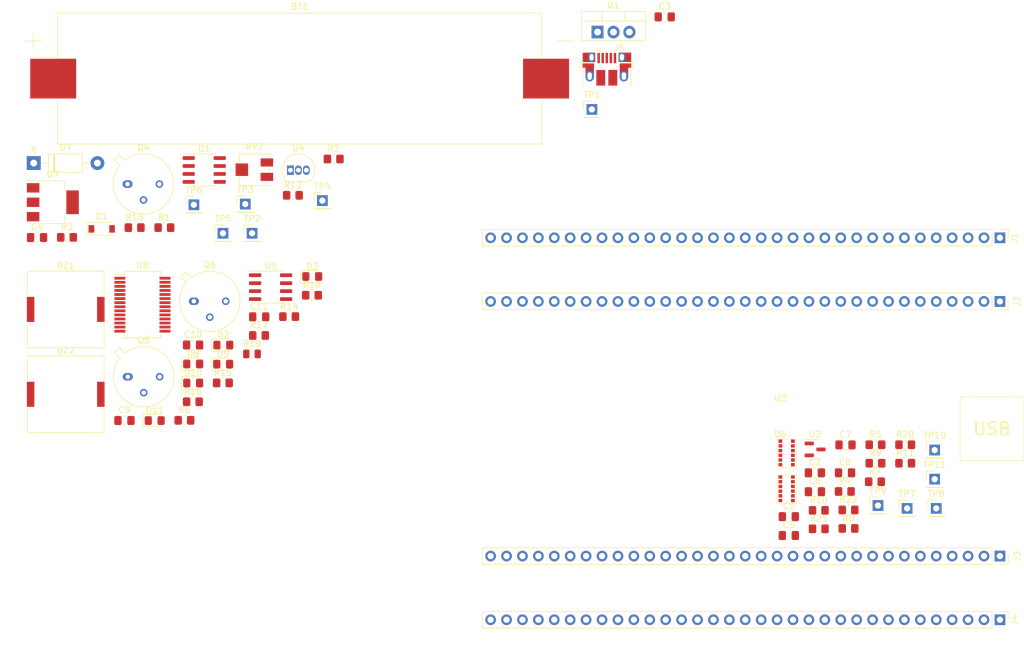
<source format=kicad_pcb>
(kicad_pcb (version 20211014) (generator pcbnew)
  (layers (0 "F.Cu" signal) (31 "B.Cu" signal) (34 "B.Paste" user) (35 "F.Paste" user) (36 "B.SilkS" user "B.Silkscreen") (37 "F.SilkS" user "F.Silkscreen") (38 "B.Mask" user) (39 "F.Mask" user) (44 "Edge.Cuts" user))
  (net 0 "")
  (net 1 "+3V0")
  (net 2 "GND")
  (net 3 "/VBAT")
  (net 4 "/PC13")
  (net 5 "/PC14")
  (net 6 "/PC15")
  (net 7 "/PF0")
  (net 8 "/PF1")
  (net 9 "/NRST")
  (net 10 "/PC0")
  (net 11 "/PC1")
  (net 12 "/PC2")
  (net 13 "/PC3")
  (net 14 "/PA0")
  (net 15 "/PA1")
  (net 16 "/PA2")
  (net 17 "/PA3")
  (net 18 "/PF4")
  (net 19 "/PF5")
  (net 20 "/PA4")
  (net 21 "/PA5")
  (net 22 "/PA6")
  (net 23 "/PA7")
  (net 24 "/PC4")
  (net 25 "/PC5")
  (net 26 "/PB0")
  (net 27 "/PB1")
  (net 28 "/PB2")
  (net 29 "/PB10")
  (net 30 "/PB11")
  (net 31 "/PB12")
  (net 32 "+5V")
  (net 33 "/PB9")
  (net 34 "/PB8")
  (net 35 "/Power/VoutBat")
  (net 36 "/BOOT")
  (net 37 "/PB7")
  (net 38 "/PB6")
  (net 39 "/PB5")
  (net 40 "/PB4")
  (net 41 "/PB3")
  (net 42 "/PD2")
  (net 43 "/PC12")
  (net 44 "/PC11")
  (net 45 "/PC10")
  (net 46 "/PA15")
  (net 47 "/PA14")
  (net 48 "/PF7")
  (net 49 "/PF6")
  (net 50 "/PA13")
  (net 51 "/PA12")
  (net 52 "/PA11")
  (net 53 "/PA10")
  (net 54 "/PA9")
  (net 55 "/PA8")
  (net 56 "/PC9")
  (net 57 "/PC8")
  (net 58 "/PC7")
  (net 59 "/PC6")
  (net 60 "/PB15")
  (net 61 "/PB14")
  (net 62 "/PB13")
  (net 63 "+3V3")
  (net 64 "Net-(BZ1-Pad2)")
  (net 65 "Net-(BZ2-Pad2)")
  (net 66 "Net-(R10-Pad1)")
  (net 67 "/Power/VoutPol")
  (net 68 "Net-(D2-Pad1)")
  (net 69 "Net-(D2-Pad2)")
  (net 70 "Net-(D3-Pad1)")
  (net 71 "Net-(D7-Pad1)")
  (net 72 "Net-(D7-Pad2)")
  (net 73 "Net-(D8-Pad2)")
  (net 74 "Net-(D9-Pad2)")
  (net 75 "/Power/USB_DN")
  (net 76 "/Power/USB_DP")
  (net 78 "Net-(Q1-Pad1)")
  (net 79 "/Power/VoutUnderCut")
  (net 80 "Net-(Q4-Pad3)")
  (net 81 "Net-(Q5-Pad2)")
  (net 82 "Net-(Q6-Pad2)")
  (net 83 "Net-(R1-Pad2)")
  (net 84 "/Power/3.3VDD")
  (net 85 "Net-(R12-Pad2)")
  (net 86 "PA6")
  (net 87 "PA5")
  (net 88 "PB11")
  (net 89 "PB10")
  (net 98 "TX0")
  (net 99 "DTR")
  (net 101 "RX1")
  (net 105 "CTS")
  (footprint "LED_SMD:LED_0805_2012Metric_Pad1.15x1.40mm_HandSolder" (layer "F.Cu") (at 51.59 89.215)
    (fp_text reference "D10" (at 0 -1.65) (layer "F.SilkS"))
    (fp_text value "LED")
    (pad "1" smd roundrect (at -1.025 0) (size 1.15 1.4) (layers "F.Cu" "F.Paste" "F.Mask") (roundrect_rratio 0.217391) (net 63 "+3V3"))
    (pad "2" smd roundrect (at 1.025 0) (size 1.15 1.4) (layers "F.Cu" "F.Paste" "F.Mask") (roundrect_rratio 0.217391) (net 64 "Net-(BZ1-Pad2)"))
  )
  (footprint "Capacitor_SMD:C_0805_2012Metric_Pad1.18x1.45mm_HandSolder" (layer "F.Cu") (at 40.625 95.2)
    (fp_text reference "C9" (at 0 -1.68) (layer "F.SilkS"))
    (fp_text value "0.1uF")
    (pad "1" smd roundrect (at -1.0375 0) (size 1.175 1.45) (layers "F.Cu" "F.Paste" "F.Mask") (roundrect_rratio 0.212766) (net 32 "+5V"))
    (pad "2" smd roundrect (at 1.0375 0) (size 1.175 1.45) (layers "F.Cu" "F.Paste" "F.Mask") (roundrect_rratio 0.212766) (net 2 "GND"))
  )
  (footprint "Capacitor_SMD:C_0805_2012Metric_Pad1.18x1.45mm_HandSolder" (layer "F.Cu") (at 155.7 99.1)
    (fp_text reference "C7" (at 0 -1.68) (layer "F.SilkS"))
    (fp_text value "C")
    (pad "1" smd roundrect (at -1.0375 0) (size 1.175 1.45) (layers "F.Cu" "F.Paste" "F.Mask") (roundrect_rratio 0.212766) (net 2 "GND"))
    (pad "2" smd roundrect (at 1.0375 0) (size 1.175 1.45) (layers "F.Cu" "F.Paste" "F.Mask") (roundrect_rratio 0.212766) (net 66 "Net-(R10-Pad1)"))
  )
  (footprint "Capacitor_SMD:C_0805_2012Metric_Pad1.18x1.45mm_HandSolder" (layer "F.Cu") (at 146.65 110.54)
    (fp_text reference "C1" (at 0 -1.68) (layer "F.SilkS"))
    (fp_text value "100n")
    (pad "1" smd roundrect (at -1.0375 0) (size 1.175 1.45) (layers "F.Cu" "F.Paste" "F.Mask") (roundrect_rratio 0.212766) (net 63 "+3V3"))
    (pad "2" smd roundrect (at 1.0375 0) (size 1.175 1.45) (layers "F.Cu" "F.Paste" "F.Mask") (roundrect_rratio 0.212766) (net 2 "GND"))
  )
  (footprint "Capacitor_SMD:C_0805_2012Metric_Pad1.18x1.45mm_HandSolder" (layer "F.Cu") (at 126.845 30.79)
    (fp_text reference "C3" (at 0 -1.68) (layer "F.SilkS"))
    (fp_text value "1000u")
    (pad "1" smd roundrect (at -1.0375 0) (size 1.175 1.45) (layers "F.Cu" "F.Paste" "F.Mask") (roundrect_rratio 0.212766) (net 32 "+5V"))
    (pad "2" smd roundrect (at 1.0375 0) (size 1.175 1.45) (layers "F.Cu" "F.Paste" "F.Mask") (roundrect_rratio 0.212766) (net 2 "GND"))
  )
  (footprint "Resistor_SMD:R_0805_2012Metric_Pad1.20x1.40mm_HandSolder" (layer "F.Cu") (at 31.455 65.97)
    (fp_text reference "R3" (at 0 -1.65) (layer "F.SilkS"))
    (fp_text value "10k")
    (pad "1" smd roundrect (at -1 0) (size 1.2 1.4) (layers "F.Cu" "F.Paste" "F.Mask") (roundrect_rratio 0.208333) (net 67 "/Power/VoutPol"))
    (pad "2" smd roundrect (at 1 0) (size 1.2 1.4) (layers "F.Cu" "F.Paste" "F.Mask") (roundrect_rratio 0.208333) (net 78 "Net-(Q1-Pad1)"))
  )
  (footprint "Capacitor_SMD:C_0805_2012Metric_Pad1.18x1.45mm_HandSolder" (layer "F.Cu") (at 146.65 113.55)
    (fp_text reference "C5" (at 0 -1.68) (layer "F.SilkS"))
    (fp_text value "C")
    (pad "1" smd roundrect (at -1.0375 0) (size 1.175 1.45) (layers "F.Cu" "F.Paste" "F.Mask") (roundrect_rratio 0.212766) (net 66 "Net-(R10-Pad1)"))
    (pad "2" smd roundrect (at 1.0375 0) (size 1.175 1.45) (layers "F.Cu" "F.Paste" "F.Mask") (roundrect_rratio 0.212766) (net 2 "GND"))
  )
  (footprint "Connector_PinHeader_2.54mm:PinHeader_1x01_P2.54mm_Vertical" (layer "F.Cu") (at 59.905 60.67)
    (fp_text reference "TP3" (at 0 -2.33) (layer "F.SilkS"))
    (fp_text value "TestPoint")
    (pad "1" thru_hole rect (at 0 0) (size 1.7 1.7) (drill 1) (layers *.Cu *.Mask) (net 79 "/Power/VoutUnderCut"))
  )
  (footprint "Package_TO_SOT_SMD:SOT-23" (layer "F.Cu") (at 150.85 99.82)
    (fp_text reference "U2" (at 0 -2.4) (layer "F.SilkS"))
    (fp_text value "MCP9700AT-ETT")
    (pad "1" smd roundrect (at -0.9375 -0.95) (size 1.475 0.6) (layers "F.Cu" "F.Paste" "F.Mask") (net 63 "+3V3"))
    (pad "2" smd roundrect (at -0.9375 0.95) (size 1.475 0.6) (layers "F.Cu" "F.Paste" "F.Mask") (net 10 "/PC0"))
    (pad "3" smd roundrect (at 0.9375 0) (size 1.475 0.6) (layers "F.Cu" "F.Paste" "F.Mask") (net 2 "GND"))
  )
  (footprint "Package_SO:SSOP-28_5.3x10.2mm_P0.65mm" (layer "F.Cu") (at 43.495 76.72)
    (fp_text reference "U8" (at 0 -6.25) (layer "F.SilkS"))
    (fp_text value "FT232RL")
    (pad "1" smd rect (at -3.6 -4.225) (size 1.75 0.45) (layers "F.Cu" "F.Paste" "F.Mask") (net 98 "TX0"))
    (pad "2" smd rect (at -3.6 -3.575) (size 1.75 0.45) (layers "F.Cu" "F.Paste" "F.Mask") (net 99 "DTR"))
    (pad "3" smd rect (at -3.6 -2.925) (size 1.75 0.45) (layers "F.Cu" "F.Paste" "F.Mask"))
    (pad "4" smd rect (at -3.6 -2.275) (size 1.75 0.45) (layers "F.Cu" "F.Paste" "F.Mask") (net 63 "+3V3"))
    (pad "5" smd rect (at -3.6 -1.625) (size 1.75 0.45) (layers "F.Cu" "F.Paste" "F.Mask") (net 101 "RX1"))
    (pad "6" smd rect (at -3.6 -0.975) (size 1.75 0.45) (layers "F.Cu" "F.Paste" "F.Mask"))
    (pad "7" smd rect (at -3.6 -0.325) (size 1.75 0.45) (layers "F.Cu" "F.Paste" "F.Mask") (net 2 "GND"))
    (pad "8" smd rect (at -3.6 0.325) (size 1.75 0.45) (layers "F.Cu" "F.Paste" "F.Mask"))
    (pad "9" smd rect (at -3.6 0.975) (size 1.75 0.45) (layers "F.Cu" "F.Paste" "F.Mask"))
    (pad "10" smd rect (at -3.6 1.625) (size 1.75 0.45) (layers "F.Cu" "F.Paste" "F.Mask"))
    (pad "11" smd rect (at -3.6 2.275) (size 1.75 0.45) (layers "F.Cu" "F.Paste" "F.Mask") (net 105 "CTS"))
    (pad "12" smd rect (at -3.6 2.925) (size 1.75 0.45) (layers "F.Cu" "F.Paste" "F.Mask"))
    (pad "13" smd rect (at -3.6 3.575) (size 1.75 0.45) (layers "F.Cu" "F.Paste" "F.Mask"))
    (pad "14" smd rect (at -3.6 4.225) (size 1.75 0.45) (layers "F.Cu" "F.Paste" "F.Mask"))
    (pad "15" smd rect (at 3.6 4.225) (size 1.75 0.45) (layers "F.Cu" "F.Paste" "F.Mask") (net 76 "/Power/USB_DP"))
    (pad "16" smd rect (at 3.6 3.575) (size 1.75 0.45) (layers "F.Cu" "F.Paste" "F.Mask") (net 75 "/Power/USB_DN"))
    (pad "17" smd rect (at 3.6 2.925) (size 1.75 0.45) (layers "F.Cu" "F.Paste" "F.Mask") (net 63 "+3V3"))
    (pad "18" smd rect (at 3.6 2.275) (size 1.75 0.45) (layers "F.Cu" "F.Paste" "F.Mask") (net 2 "GND"))
    (pad "19" smd rect (at 3.6 1.625) (size 1.75 0.45) (layers "F.Cu" "F.Paste" "F.Mask"))
    (pad "20" smd rect (at 3.6 0.975) (size 1.75 0.45) (layers "F.Cu" "F.Paste" "F.Mask") (net 32 "+5V"))
    (pad "21" smd rect (at 3.6 0.325) (size 1.75 0.45) (layers "F.Cu" "F.Paste" "F.Mask") (net 2 "GND"))
    (pad "22" smd rect (at 3.6 -0.325) (size 1.75 0.45) (layers "F.Cu" "F.Paste" "F.Mask") (net 70 "Net-(D3-Pad1)"))
    (pad "23" smd rect (at 3.6 -0.975) (size 1.75 0.45) (layers "F.Cu" "F.Paste" "F.Mask") (net 68 "Net-(D2-Pad1)"))
    (pad "24" smd rect (at 3.6 -1.625) (size 1.75 0.45) (layers "F.Cu" "F.Paste" "F.Mask"))
    (pad "25" smd rect (at 3.6 -2.275) (size 1.75 0.45) (layers "F.Cu" "F.Paste" "F.Mask") (net 2 "GND"))
    (pad "26" smd rect (at 3.6 -2.925) (size 1.75 0.45) (layers "F.Cu" "F.Paste" "F.Mask") (net 2 "GND"))
    (pad "27" smd rect (at 3.6 -3.575) (size 1.75 0.45) (layers "F.Cu" "F.Paste" "F.Mask"))
    (pad "28" smd rect (at 3.6 -4.225) (size 1.75 0.45) (layers "F.Cu" "F.Paste" "F.Mask"))
  )
  (footprint "Resistor_SMD:R_0805_2012Metric_Pad1.20x1.40mm_HandSolder" (layer "F.Cu") (at 67.505 59.26)
    (fp_text reference "R12" (at 0 -1.65) (layer "F.SilkS"))
    (fp_text value "2.2k")
    (pad "1" smd roundrect (at -1 0) (size 1.2 1.4) (layers "F.Cu" "F.Paste" "F.Mask") (roundrect_rratio 0.208333) (net 2 "GND"))
    (pad "2" smd roundrect (at 1 0) (size 1.2 1.4) (layers "F.Cu" "F.Paste" "F.Mask") (roundrect_rratio 0.208333) (net 85 "Net-(R12-Pad2)"))
  )
  (footprint "Resistor_SMD:R_0805_2012Metric_Pad1.20x1.40mm_HandSolder" (layer "F.Cu") (at 160.48 102.02)
    (fp_text reference "R9" (at 0 -1.65) (layer "F.SilkS"))
    (fp_text value "47k")
    (pad "1" smd roundrect (at -1 0) (size 1.2 1.4) (layers "F.Cu" "F.Paste" "F.Mask") (roundrect_rratio 0.208333) (net 66 "Net-(R10-Pad1)"))
    (pad "2" smd roundrect (at 1 0) (size 1.2 1.4) (layers "F.Cu" "F.Paste" "F.Mask") (roundrect_rratio 0.208333) (net 26 "/PB0"))
  )
  (footprint "Resistor_SMD:R_0805_2012Metric_Pad1.20x1.40mm_HandSolder" (layer "F.Cu") (at 151.43 109.54)
    (fp_text reference "R10" (at 0 -1.65) (layer "F.SilkS"))
    (fp_text value "47k")
    (pad "1" smd roundrect (at -1 0) (size 1.2 1.4) (layers "F.Cu" "F.Paste" "F.Mask") (roundrect_rratio 0.208333) (net 66 "Net-(R10-Pad1)"))
    (pad "2" smd roundrect (at 1 0) (size 1.2 1.4) (layers "F.Cu" "F.Paste" "F.Mask") (roundrect_rratio 0.208333) (net 33 "/PB9"))
  )
  (footprint "Connector_PinHeader_2.54mm:PinHeader_1x01_P2.54mm_Vertical" (layer "F.Cu") (at 60.995 65.32)
    (fp_text reference "TP2" (at 0 -2.33) (layer "F.SilkS"))
    (fp_text value "TestPoint")
    (pad "1" thru_hole rect (at 0 0) (size 1.7 1.7) (drill 1) (layers *.Cu *.Mask) (net 32 "+5V"))
  )
  (footprint "Connector_PinHeader_2.54mm:PinHeader_1x01_P2.54mm_Vertical" (layer "F.Cu") (at 115.215 45.55)
    (fp_text reference "TP1" (at 0 -2.33) (layer "F.SilkS"))
    (fp_text value "TestPoint")
    (pad "1" thru_hole rect (at 0 0) (size 1.7 1.7) (drill 1) (layers *.Cu *.Mask) (net 67 "/Power/VoutPol"))
  )
  (footprint "Resistor_SMD:R_0805_2012Metric_Pad1.20x1.40mm_HandSolder" (layer "F.Cu") (at 156.18 109.48)
    (fp_text reference "R22" (at 0 -1.65) (layer "F.SilkS"))
    (fp_text value "2.7k")
    (pad "1" smd roundrect (at -1 0) (size 1.2 1.4) (layers "F.Cu" "F.Paste" "F.Mask") (roundrect_rratio 0.208333) (net 66 "Net-(R10-Pad1)"))
    (pad "2" smd roundrect (at 1 0) (size 1.2 1.4) (layers "F.Cu" "F.Paste" "F.Mask") (roundrect_rratio 0.208333) (net 2 "GND"))
  )
  (footprint "Resistor_SMD:R_0805_2012Metric_Pad1.20x1.40mm_HandSolder" (layer "F.Cu") (at 51.545 92.21)
    (fp_text reference "R16" (at 0 -1.65) (layer "F.SilkS"))
    (fp_text value "10k")
    (pad "1" smd roundrect (at -1 0) (size 1.2 1.4) (layers "F.Cu" "F.Paste" "F.Mask") (roundrect_rratio 0.208333) (net 86 "PA6"))
    (pad "2" smd roundrect (at 1 0) (size 1.2 1.4) (layers "F.Cu" "F.Paste" "F.Mask") (roundrect_rratio 0.208333) (net 81 "Net-(Q5-Pad2)"))
  )
  (footprint "Resistor_SMD:R_0805_2012Metric_Pad1.20x1.40mm_HandSolder" (layer "F.Cu") (at 155.59 106.53)
    (fp_text reference "R4" (at 0 -1.65) (layer "F.SilkS"))
    (fp_text value "47k")
    (pad "1" smd roundrect (at -1 0) (size 1.2 1.4) (layers "F.Cu" "F.Paste" "F.Mask") (roundrect_rratio 0.208333) (net 66 "Net-(R10-Pad1)"))
    (pad "2" smd roundrect (at 1 0) (size 1.2 1.4) (layers "F.Cu" "F.Paste" "F.Mask") (roundrect_rratio 0.208333) (net 37 "/PB7"))
  )
  (footprint "Resistor_SMD:R_0805_2012Metric_Pad1.20x1.40mm_HandSolder" (layer "F.Cu") (at 56.335 89.2)
    (fp_text reference "R15" (at 0 -1.65) (layer "F.SilkS"))
    (fp_text value "330")
    (pad "1" smd roundrect (at -1 0) (size 1.2 1.4) (layers "F.Cu" "F.Paste" "F.Mask") (roundrect_rratio 0.208333) (net 74 "Net-(D9-Pad2)"))
    (pad "2" smd roundrect (at 1 0) (size 1.2 1.4) (layers "F.Cu" "F.Paste" "F.Mask") (roundrect_rratio 0.208333) (net 87 "PA5"))
  )
  (footprint "Capacitor_SMD:C_0805_2012Metric_Pad1.18x1.45mm_HandSolder" (layer "F.Cu") (at 150.81 106.56)
    (fp_text reference "C6" (at 0 -1.68) (layer "F.SilkS"))
    (fp_text value "C")
    (pad "1" smd roundrect (at -1.0375 0) (size 1.175 1.45) (layers "F.Cu" "F.Paste" "F.Mask") (roundrect_rratio 0.212766) (net 66 "Net-(R10-Pad1)"))
    (pad "2" smd roundrect (at 1.0375 0) (size 1.175 1.45) (layers "F.Cu" "F.Paste" "F.Mask") (roundrect_rratio 0.212766) (net 2 "GND"))
  )
  (footprint "Capacitor_SMD:C_0805_2012Metric_Pad1.18x1.45mm_HandSolder" (layer "F.Cu") (at 155.62 103.55)
    (fp_text reference "C8" (at 0 -1.68) (layer "F.SilkS"))
    (fp_text value "C")
    (pad "1" smd roundrect (at -1.0375 0) (size 1.175 1.45) (layers "F.Cu" "F.Paste" "F.Mask") (roundrect_rratio 0.212766) (net 66 "Net-(R10-Pad1)"))
    (pad "2" smd roundrect (at 1.0375 0) (size 1.175 1.45) (layers "F.Cu" "F.Paste" "F.Mask") (roundrect_rratio 0.212766) (net 2 "GND"))
  )
  (footprint "Potentiometer_SMD:Potentiometer_Bourns_3224J_Horizontal" (layer "F.Cu") (at 61.355 55.17)
    (fp_text reference "RV2" (at 0 -3.65) (layer "F.SilkS"))
    (fp_text value "1k")
    (pad "1" smd rect (at 2 -1.15) (size 2 1.3) (layers "F.Cu" "F.Paste" "F.Mask") (net 72 "Net-(D7-Pad2)"))
    (pad "2" smd rect (at -2 0) (size 2 2) (layers "F.Cu" "F.Paste" "F.Mask") (net 72 "Net-(D7-Pad2)"))
    (pad "3" smd rect (at 2 1.15) (size 2 1.3) (layers "F.Cu" "F.Paste" "F.Mask") (net 85 "Net-(R12-Pad2)"))
  )
  (footprint "Package_TO_SOT_SMD:SOT-223-3_TabPin2" (layer "F.Cu") (at 29.195 60.37)
    (fp_text reference "U7" (at 0 -4.5) (layer "F.SilkS"))
    (fp_text value "LD1117S50TR_SOT223")
    (pad "1" smd rect (at -3.15 -2.3) (size 2 1.5) (layers "F.Cu" "F.Paste" "F.Mask") (net 2 "GND"))
    (pad "2" smd rect (at -3.15 0) (size 2 1.5) (layers "F.Cu" "F.Paste" "F.Mask") (net 84 "/Power/3.3VDD"))
    (pad "2" smd rect (at 3.15 0) (size 2 3.8) (layers "F.Cu" "F.Paste" "F.Mask") (net 84 "/Power/3.3VDD"))
    (pad "3" smd rect (at -3.15 2.3) (size 2 1.5) (layers "F.Cu" "F.Paste" "F.Mask") (net 79 "/Power/VoutUnderCut"))
  )
  (footprint "Package_TO_SOT_THT:TO-92_Inline" (layer "F.Cu") (at 67.115 55.25)
    (fp_text reference "U4" (at 1.27 -3.56) (layer "F.SilkS"))
    (fp_text value "LM317L_TO92")
    (pad "1" thru_hole rect (at 0 0) (size 1.05 1.5) (drill 0.75) (layers *.Cu *.Mask) (net 80 "Net-(Q4-Pad3)"))
    (pad "2" thru_hole oval (at 1.27 0) (size 1.05 1.5) (drill 0.75) (layers *.Cu *.Mask) (net 35 "/Power/VoutBat"))
    (pad "3" thru_hole oval (at 2.54 0) (size 1.05 1.5) (drill 0.75) (layers *.Cu *.Mask) (net 32 "+5V"))
  )
  (footprint "Connector_PinHeader_2.54mm:PinHeader_1x01_P2.54mm_Vertical" (layer "F.Cu") (at 72.205 60.11)
    (fp_text reference "TP4" (at 0 -2.33) (layer "F.SilkS"))
    (fp_text value "TestPoint")
    (pad "1" thru_hole rect (at 0 0) (size 1.7 1.7) (drill 1) (layers *.Cu *.Mask) (net 35 "/Power/VoutBat"))
  )
  (footprint "Resistor_SMD:R_0805_2012Metric_Pad1.20x1.40mm_HandSolder" (layer "F.Cu") (at 62.095 81.63)
    (fp_text reference "R17" (at 0 -1.65) (layer "F.SilkS"))
    (fp_text value "10k")
    (pad "1" smd roundrect (at -1 0) (size 1.2 1.4) (layers "F.Cu" "F.Paste" "F.Mask") (roundrect_rratio 0.208333) (net 87 "PA5"))
    (pad "2" smd roundrect (at 1 0) (size 1.2 1.4) (layers "F.Cu" "F.Paste" "F.Mask") (roundrect_rratio 0.208333) (net 82 "Net-(Q6-Pad2)"))
  )
  (footprint "Connector_PinSocket_2.54mm:PinSocket_1x33_P2.54mm_Vertical" (layer "F.Cu") (at 180.34 76.2 -90)
    (fp_text reference "J2" (at 0 -2.77 90) (layer "F.SilkS"))
    (fp_text value "Conn_01x33_Female")
    (pad "1" thru_hole rect locked (at 0 0 270) (size 1.7 1.7) (drill 1) (layers *.Cu *.Mask) (net 1 "+3V0"))
    (pad "2" thru_hole oval locked (at 0 2.54 270) (size 1.7 1.7) (drill 1) (layers *.Cu *.Mask) (net 2 "GND"))
    (pad "3" thru_hole oval locked (at 0 5.08 270) (size 1.7 1.7) (drill 1) (layers *.Cu *.Mask) (net 3 "/VBAT"))
    (pad "4" thru_hole oval locked (at 0 7.62 270) (size 1.7 1.7) (drill 1) (layers *.Cu *.Mask) (net 4 "/PC13"))
    (pad "5" thru_hole oval locked (at 0 10.16 270) (size 1.7 1.7) (drill 1) (layers *.Cu *.Mask) (net 5 "/PC14"))
    (pad "6" thru_hole oval locked (at 0 12.7 270) (size 1.7 1.7) (drill 1) (layers *.Cu *.Mask) (net 6 "/PC15"))
    (pad "7" thru_hole oval locked (at 0 15.24 270) (size 1.7 1.7) (drill 1) (layers *.Cu *.Mask) (net 7 "/PF0"))
    (pad "8" thru_hole oval locked (at 0 17.78 270) (size 1.7 1.7) (drill 1) (layers *.Cu *.Mask) (net 8 "/PF1"))
    (pad "9" thru_hole oval locked (at 0 20.32 270) (size 1.7 1.7) (drill 1) (layers *.Cu *.Mask) (net 2 "GND"))
    (pad "10" thru_hole oval locked (at 0 22.86 270) (size 1.7 1.7) (drill 1) (layers *.Cu *.Mask) (net 9 "/NRST"))
    (pad "11" thru_hole oval locked (at 0 25.4 270) (size 1.7 1.7) (drill 1) (layers *.Cu *.Mask) (net 10 "/PC0"))
    (pad "12" thru_hole oval locked (at 0 27.94 270) (size 1.7 1.7) (drill 1) (layers *.Cu *.Mask) (net 11 "/PC1"))
    (pad "13" thru_hole oval locked (at 0 30.48 270) (size 1.7 1.7) (drill 1) (layers *.Cu *.Mask) (net 12 "/PC2"))
    (pad "14" thru_hole oval locked (at 0 33.02 270) (size 1.7 1.7) (drill 1) (layers *.Cu *.Mask) (net 13 "/PC3"))
    (pad "15" thru_hole oval locked (at 0 35.56 270) (size 1.7 1.7) (drill 1) (layers *.Cu *.Mask) (net 14 "/PA0"))
    (pad "16" thru_hole oval locked (at 0 38.1 270) (size 1.7 1.7) (drill 1) (layers *.Cu *.Mask) (net 15 "/PA1"))
    (pad "17" thru_hole oval locked (at 0 40.64 270) (size 1.7 1.7) (drill 1) (layers *.Cu *.Mask) (net 16 "/PA2"))
    (pad "18" thru_hole oval locked (at 0 43.18 270) (size 1.7 1.7) (drill 1) (layers *.Cu *.Mask) (net 17 "/PA3"))
    (pad "19" thru_hole oval locked (at 0 45.72 270) (size 1.7 1.7) (drill 1) (layers *.Cu *.Mask) (net 18 "/PF4"))
    (pad "20" thru_hole oval locked (at 0 48.26 270) (size 1.7 1.7) (drill 1) (layers *.Cu *.Mask) (net 19 "/PF5"))
    (pad "21" thru_hole oval locked (at 0 50.8 270) (size 1.7 1.7) (drill 1) (layers *.Cu *.Mask) (net 20 "/PA4"))
    (pad "22" thru_hole oval locked (at 0 53.34 270) (size 1.7 1.7) (drill 1) (layers *.Cu *.Mask) (net 21 "/PA5"))
    (pad "23" thru_hole oval locked (at 0 55.88 270) (size 1.7 1.7) (drill 1) (layers *.Cu *.Mask) (net 22 "/PA6"))
    (pad "24" thru_hole oval locked (at 0 58.42 270) (size 1.7 1.7) (drill 1) (layers *.Cu *.Mask) (net 23 "/PA7"))
    (pad "25" thru_hole oval locked (at 0 60.96 270) (size 1.7 1.7) (drill 1) (layers *.Cu *.Mask) (net 24 "/PC4"))
    (pad "26" thru_hole oval locked (at 0 63.5 270) (size 1.7 1.7) (drill 1) (layers *.Cu *.Mask) (net 25 "/PC5"))
    (pad "27" thru_hole oval locked (at 0 66.04 270) (size 1.7 1.7) (drill 1) (layers *.Cu *.Mask) (net 26 "/PB0"))
    (pad "28" thru_hole oval locked (at 0 68.58 270) (size 1.7 1.7) (drill 1) (layers *.Cu *.Mask) (net 27 "/PB1"))
    (pad "29" thru_hole oval locked (at 0 71.12 270) (size 1.7 1.7) (drill 1) (layers *.Cu *.Mask) (net 28 "/PB2"))
    (pad "30" thru_hole oval locked (at 0 73.66 270) (size 1.7 1.7) (drill 1) (layers *.Cu *.Mask) (net 29 "/PB10"))
    (pad "31" thru_hole oval locked (at 0 76.2 270) (size 1.7 1.7) (drill 1) (layers *.Cu *.Mask) (net 30 "/PB11"))
    (pad "32" thru_hole oval locked (at 0 78.74 270) (size 1.7 1.7) (drill 1) (layers *.Cu *.Mask) (net 31 "/PB12"))
    (pad "33" thru_hole oval locked (at 0 81.28 270) (size 1.7 1.7) (drill 1) (layers *.Cu *.Mask) (net 2 "GND"))
  )
  (footprint "LED_SMD:LED_0805_2012Metric_Pad1.15x1.40mm_HandSolder" (layer "F.Cu") (at 45.45 95.215)
    (fp_text reference "D11" (at 0 -1.65) (layer "F.SilkS"))
    (fp_text value "LED")
    (pad "1" smd roundrect (at -1.025 0) (size 1.15 1.4) (layers "F.Cu" "F.Paste" "F.Mask") (roundrect_rratio 0.217391) (net 63 "+3V3"))
    (pad "2" smd roundrect (at 1.025 0) (size 1.15 1.4) (layers "F.Cu" "F.Paste" "F.Mask") (roundrect_rratio 0.217391) (net 65 "Net-(BZ2-Pad2)"))
  )
  (footprint "Package_TO_SOT_THT:TO-220-3_Vertical" (layer "F.Cu") (at 116.125 33.21)
    (fp_text reference "Q1" (at 2.54 -4.27) (layer "F.SilkS"))
    (fp_text value "IRF4905")
    (pad "1" thru_hole rect (at 0 0) (size 1.905 2) (drill 1.1) (layers *.Cu *.Mask) (net 78 "Net-(Q1-Pad1)"))
    (pad "2" thru_hole oval (at 2.54 0) (size 1.905 2) (drill 1.1) (layers *.Cu *.Mask) (net 67 "/Power/VoutPol"))
    (pad "3" thru_hole oval (at 5.08 0) (size 1.905 2) (drill 1.1) (layers *.Cu *.Mask) (net 79 "/Power/VoutUnderCut"))
  )
  (footprint "Battery:BatteryHolder_Keystone_1042_1x18650" (layer "F.Cu") (at 68.58 40.64)
    (fp_text reference "BT1" (at 0 -11.5) (layer "F.SilkS"))
    (fp_text value "Battery_Cell")
    (pad "" np_thru_hole circle (at 27.6 -8) (size 3.45 3.45) (drill 3.45) (layers *.Cu *.Mask))
    (pad "" np_thru_hole circle (at -27.6 8) (size 3.45 3.45) (drill 3.45) (layers *.Cu *.Mask))
    (pad "" np_thru_hole circle (at -35.93 -8) (size 2.39 2.39) (drill 2.39) (layers *.Cu *.Mask))
    (pad "1" smd rect (at -39.33 0) (size 7.34 6.35) (layers "F.Cu" "F.Paste" "F.Mask") (net 35 "/Power/VoutBat"))
    (pad "2" smd rect (at 39.33 0) (size 7.34 6.35) (layers "F.Cu" "F.Paste" "F.Mask") (net 2 "GND"))
  )
  (footprint "Connector_PinHeader_2.54mm:PinHeader_1x01_P2.54mm_Vertical" (layer "F.Cu") (at 169.93 99.92)
    (fp_text reference "TP10" (at 0 -2.33) (layer "F.SilkS"))
    (fp_text value "TestPoint")
    (pad "1" thru_hole rect (at 0 0) (size 1.7 1.7) (drill 1) (layers *.Cu *.Mask) (net 10 "/PC0"))
  )
  (footprint "Resistor_SMD:R_0805_2012Metric_Pad1.20x1.40mm_HandSolder" (layer "F.Cu") (at 50.195 95.17)
    (fp_text reference "R6" (at 0 -1.65) (layer "F.SilkS"))
    (fp_text value "300")
    (pad "1" smd roundrect (at -1 0) (size 1.2 1.4) (layers "F.Cu" "F.Paste" "F.Mask") (roundrect_rratio 0.208333) (net 32 "+5V"))
    (pad "2" smd roundrect (at 1 0) (size 1.2 1.4) (layers "F.Cu" "F.Paste" "F.Mask") (roundrect_rratio 0.208333) (net 69 "Net-(D2-Pad2)"))
  )
  (footprint "Connector_USB:USB_Micro-B_Amphenol_10103594-0001LF_Horizontal" (layer "F.Cu") (at 117.625 39.12)
    (fp_text reference "J5" (at 1.925 -3.365) (layer "F.SilkS"))
    (fp_text value "USB_B_Micro")
    (pad "1" smd rect (at -1.325 -1.765 90) (size 1.65 0.4) (layers "F.Cu" "F.Paste" "F.Mask") (net 32 "+5V"))
    (pad "2" smd rect (at -0.675 -1.765 90) (size 1.65 0.4) (layers "F.Cu" "F.Paste" "F.Mask") (net 75 "/Power/USB_DN"))
    (pad "3" smd rect (at -0.025 -1.765 90) (size 1.65 0.4) (layers "F.Cu" "F.Paste" "F.Mask") (net 76 "/Power/USB_DP"))
    (pad "4" smd rect (at 0.625 -1.765 90) (size 1.65 0.4) (layers "F.Cu" "F.Paste" "F.Mask"))
    (pad "5" smd rect (at 1.275 -1.765 90) (size 1.65 0.4) (layers "F.Cu" "F.Paste" "F.Mask") (net 2 "GND"))
    (pad "6" thru_hole oval (at -2.445 -1.885 90) (size 1.5 1.1) (drill oval 1.05 0.65) (layers *.Cu *.Mask) (net 2 "GND"))
    (pad "6" smd rect (at -2.755 0.185) (size 1.35 2) (layers "F.Cu" "F.Paste" "F.Mask") (net 2 "GND"))
    (pad "6" smd rect (at -2.975 -0.565) (size 1.825 0.7) (layers "F.Cu" "F.Paste" "F.Mask") (net 2 "GND"))
    (pad "6" thru_hole oval (at -2.755 1.115 90) (size 1.7 1.35) (drill oval 1.2 0.7) (layers *.Cu *.Mask) (net 2 "GND"))
    (pad "6" thru_hole oval (at 2.395 -1.885 90) (size 1.5 1.1) (drill oval 1.05 0.65) (layers *.Cu *.Mask) (net 2 "GND"))
    (pad "6" smd rect (at -0.985 1.385 90) (size 2.5 1.43) (layers "F.Cu" "F.Paste" "F.Mask") (net 2 "GND"))
    (pad "6" smd rect (at -2.875 -1.865) (size 2 1.5) (layers "F.Cu" "F.Paste" "F.Mask") (net 2 "GND"))
    (pad "6" smd rect (at 0.935 1.385 90) (size 2.5 1.43) (layers "F.Cu" "F.Paste" "F.Mask") (net 2 "GND"))
    (pad "6" thru_hole oval (at 2.705 1.115 90) (size 1.7 1.35) (drill oval 1.2 0.7) (layers *.Cu *.Mask) (net 2 "GND"))
    (pad "6" smd rect (at 2.875 -1.885) (size 2 1.5) (layers "F.Cu" "F.Paste" "F.Mask") (net 2 "GND"))
    (pad "6" smd rect (at 2.975 -0.565) (size 1.825 0.7) (layers "F.Cu" "F.Paste" "F.Mask") (net 2 "GND"))
    (pad "6" smd rect (at 2.725 0.185) (size 1.35 2) (layers "F.Cu" "F.Paste" "F.Mask") (net 2 "GND"))
  )
  (footprint "Resistor_SMD:R_0805_2012Metric_Pad1.20x1.40mm_HandSolder" (layer "F.Cu") (at 70.545 75.21)
    (fp_text reference "R18" (at 0 -1.65) (layer "F.SilkS"))
    (fp_text value "1k")
    (pad "1" smd roundrect (at -1 0) (size 1.2 1.4) (layers "F.Cu" "F.Paste" "F.Mask") (roundrect_rratio 0.208333) (net 88 "PB11"))
    (pad "2" smd roundrect (at 1 0) (size 1.2 1.4) (layers "F.Cu" "F.Paste" "F.Mask") (roundrect_rratio 0.208333) (net 63 "+3V3"))
  )
  (footprint "Package_SO:SOIC-8_3.9x4.9mm_P1.27mm" (layer "F.Cu") (at 53.355 55.22)
    (fp_text reference "U1" (at 0 -3.4) (layer "F.SilkS"))
    (fp_text value "TL431D")
    (pad "1" smd roundrect (at -2.475 -1.905) (size 1.95 0.6) (layers "F.Cu" "F.Paste" "F.Mask") (net 78 "Net-(Q1-Pad1)"))
    (pad "2" smd roundrect (at -2.475 -0.635) (size 1.95 0.6) (layers "F.Cu" "F.Paste" "F.Mask") (net 2 "GND"))
    (pad "3" smd roundrect (at -2.475 0.635) (size 1.95 0.6) (layers "F.Cu" "F.Paste" "F.Mask") (net 2 "GND"))
    (pad "4" smd roundrect (at -2.475 1.905) (size 1.95 0.6) (layers "F.Cu" "F.Paste" "F.Mask"))
    (pad "5" smd roundrect (at 2.475 1.905) (size 1.95 0.6) (layers "F.Cu" "F.Paste" "F.Mask"))
    (pad "6" smd roundrect (at 2.475 0.635) (size 1.95 0.6) (layers "F.Cu" "F.Paste" "F.Mask") (net 2 "GND"))
    (pad "7" smd roundrect (at 2.475 -0.635) (size 1.95 0.6) (layers "F.Cu" "F.Paste" "F.Mask") (net 2 "GND"))
    (pad "8" smd roundrect (at 2.475 -1.905) (size 1.95 0.6) (layers "F.Cu" "F.Paste" "F.Mask") (net 83 "Net-(R1-Pad2)"))
  )
  (footprint "Diode_SMD:D_SOD-123" (layer "F.Cu") (at 36.995 64.62)
    (fp_text reference "D1" (at 0 -2) (layer "F.SilkS"))
    (fp_text value "D_Schottky")
    (pad "1" smd rect (at -1.65 0) (size 0.9 1.2) (layers "F.Cu" "F.Paste" "F.Mask") (net 67 "/Power/VoutPol"))
    (pad "2" smd rect (at 1.65 0) (size 0.9 1.2) (layers "F.Cu" "F.Paste" "F.Mask") (net 35 "/Power/VoutBat"))
  )
  (footprint "Package_SO:SOIC-8_3.9x4.9mm_P1.27mm" (layer "F.Cu") (at 63.945 73.92)
    (fp_text reference "U5" (at 0 -3.4) (layer "F.SilkS"))
    (fp_text value "CAT24C256")
    (pad "1" smd roundrect (at -2.475 -1.905) (size 1.95 0.6) (layers "F.Cu" "F.Paste" "F.Mask") (net 2 "GND"))
    (pad "2" smd roundrect (at -2.475 -0.635) (size 1.95 0.6) (layers "F.Cu" "F.Paste" "F.Mask") (net 2 "GND"))
    (pad "3" smd roundrect (at -2.475 0.635) (size 1.95 0.6) (layers "F.Cu" "F.Paste" "F.Mask") (net 2 "GND"))
    (pad "4" smd roundrect (at -2.475 1.905) (size 1.95 0.6) (layers "F.Cu" "F.Paste" "F.Mask") (net 2 "GND"))
    (pad "5" smd roundrect (at 2.475 1.905) (size 1.95 0.6) (layers "F.Cu" "F.Paste" "F.Mask") (net 88 "PB11"))
    (pad "6" smd roundrect (at 2.475 0.635) (size 1.95 0.6) (layers "F.Cu" "F.Paste" "F.Mask") (net 89 "PB10"))
    (pad "7" smd roundrect (at 2.475 -0.635) (size 1.95 0.6) (layers "F.Cu" "F.Paste" "F.Mask") (net 2 "GND"))
    (pad "8" smd roundrect (at 2.475 -1.905) (size 1.95 0.6) (layers "F.Cu" "F.Paste" "F.Mask") (net 63 "+3V3"))
  )
  (footprint "Connector_PinHeader_2.54mm:PinHeader_1x01_P2.54mm_Vertical" (layer "F.Cu") (at 160.88 108.77)
    (fp_text reference "TP9" (at 0 -2.33) (layer "F.SilkS"))
    (fp_text value "TestPoint")
    (pad "1" thru_hole rect (at 0 0) (size 1.7 1.7) (drill 1) (layers *.Cu *.Mask) (net 38 "/PB6"))
  )
  (footprint "Resistor_SMD:R_0805_2012Metric_Pad1.20x1.40mm_HandSolder" (layer "F.Cu") (at 160.48 99.07)
    (fp_text reference "R5" (at 0 -1.65) (layer "F.SilkS"))
    (fp_text value "47k")
    (pad "1" smd roundrect (at -1 0) (size 1.2 1.4) (layers "F.Cu" "F.Paste" "F.Mask") (roundrect_rratio 0.208333) (net 66 "Net-(R10-Pad1)"))
    (pad "2" smd roundrect (at 1 0) (size 1.2 1.4) (layers "F.Cu" "F.Paste" "F.Mask") (roundrect_rratio 0.208333) (net 38 "/PB6"))
  )
  (footprint "Connector_PinHeader_2.54mm:PinHeader_1x33_P2.54mm_Vertical" (layer "F.Cu") (at 180.34 66.04 -90)
    (fp_text reference "J1" (at 0 -2.33 90) (layer "F.SilkS"))
    (fp_text value "Conn_01x33_Female")
    (pad "1" thru_hole rect locked (at 0 0 270) (size 1.7 1.7) (drill 1) (layers *.Cu *.Mask) (net 1 "+3V0"))
    (pad "2" thru_hole oval locked (at 0 2.54 270) (size 1.7 1.7) (drill 1) (layers *.Cu *.Mask) (net 2 "GND"))
    (pad "3" thru_hole oval locked (at 0 5.08 270) (size 1.7 1.7) (drill 1) (layers *.Cu *.Mask) (net 3 "/VBAT"))
    (pad "4" thru_hole oval locked (at 0 7.62 270) (size 1.7 1.7) (drill 1) (layers *.Cu *.Mask) (net 4 "/PC13"))
    (pad "5" thru_hole oval locked (at 0 10.16 270) (size 1.7 1.7) (drill 1) (layers *.Cu *.Mask) (net 5 "/PC14"))
    (pad "6" thru_hole oval locked (at 0 12.7 270) (size 1.7 1.7) (drill 1) (layers *.Cu *.Mask) (net 6 "/PC15"))
    (pad "7" thru_hole oval locked (at 0 15.24 270) (size 1.7 1.7) (drill 1) (layers *.Cu *.Mask) (net 7 "/PF0"))
    (pad "8" thru_hole oval locked (at 0 17.78 270) (size 1.7 1.7) (drill 1) (layers *.Cu *.Mask) (net 8 "/PF1"))
    (pad "9" thru_hole oval locked (at 0 20.32 270) (size 1.7 1.7) (drill 1) (layers *.Cu *.Mask) (net 2 "GND"))
    (pad "10" thru_hole oval locked (at 0 22.86 270) (size 1.7 1.7) (drill 1) (layers *.Cu *.Mask) (net 9 "/NRST"))
    (pad "11" thru_hole oval locked (at 0 25.4 270) (size 1.7 1.7) (drill 1) (layers *.Cu *.Mask) (net 10 "/PC0"))
    (pad "12" thru_hole oval locked (at 0 27.94 270) (size 1.7 1.7) (drill 1) (layers *.Cu *.Mask) (net 11 "/PC1"))
    (pad "13" thru_hole oval locked (at 0 30.48 270) (size 1.7 1.7) (drill 1) (layers *.Cu *.Mask) (net 12 "/PC2"))
    (pad "14" thru_hole oval locked (at 0 33.02 270) (size 1.7 1.7) (drill 1) (layers *.Cu *.Mask) (net 13 "/PC3"))
    (pad "15" thru_hole oval locked (at 0 35.56 270) (size 1.7 1.7) (drill 1) (layers *.Cu *.Mask) (net 14 "/PA0"))
    (pad "16" thru_hole oval locked (at 0 38.1 270) (size 1.7 1.7) (drill 1) (layers *.Cu *.Mask) (net 15 "/PA1"))
    (pad "17" thru_hole oval locked (at 0 40.64 270) (size 1.7 1.7) (drill 1) (layers *.Cu *.Mask) (net 16 "/PA2"))
    (pad "18" thru_hole oval locked (at 0 43.18 270) (size 1.7 1.7) (drill 1) (layers *.Cu *.Mask) (net 17 "/PA3"))
    (pad "19" thru_hole oval locked (at 0 45.72 270) (size 1.7 1.7) (drill 1) (layers *.Cu *.Mask) (net 18 "/PF4"))
    (pad "20" thru_hole oval locked (at 0 48.26 270) (size 1.7 1.7) (drill 1) (layers *.Cu *.Mask) (net 19 "/PF5"))
    (pad "21" thru_hole oval locked (at 0 50.8 270) (size 1.7 1.7) (drill 1) (layers *.Cu *.Mask) (net 20 "/PA4"))
    (pad "22" thru_hole oval locked (at 0 53.34 270) (size 1.7 1.7) (drill 1) (layers *.Cu *.Mask) (net 21 "/PA5"))
    (pad "23" thru_hole oval locked (at 0 55.88 270) (size 1.7 1.7) (drill 1) (layers *.Cu *.Mask) (net 22 "/PA6"))
    (pad "24" thru_hole oval locked (at 0 58.42 270) (size 1.7 1.7) (drill 1) (layers *.Cu *.Mask) (net 23 "/PA7"))
    (pad "25" thru_hole oval locked (at 0 60.96 270) (size 1.7 1.7) (drill 1) (layers *.Cu *.Mask) (net 24 "/PC4"))
    (pad "26" thru_hole oval locked (at 0 63.5 270) (size 1.7 1.7) (drill 1) (layers *.Cu *.Mask) (net 25 "/PC5"))
    (pad "27" thru_hole oval locked (at 0 66.04 270) (size 1.7 1.7) (drill 1) (layers *.Cu *.Mask) (net 26 "/PB0"))
    (pad "28" thru_hole oval locked (at 0 68.58 270) (size 1.7 1.7) (drill 1) (layers *.Cu *.Mask) (net 27 "/PB1"))
    (pad "29" thru_hole oval locked (at 0 71.12 270) (size 1.7 1.7) (drill 1) (layers *.Cu *.Mask) (net 28 "/PB2"))
    (pad "30" thru_hole oval locked (at 0 73.66 270) (size 1.7 1.7) (drill 1) (layers *.Cu *.Mask) (net 29 "/PB10"))
    (pad "31" thru_hole oval locked (at 0 76.2 270) (size 1.7 1.7) (drill 1) (layers *.Cu *.Mask) (net 30 "/PB11"))
    (pad "32" thru_hole oval locked (at 0 78.74 270) (size 1.7 1.7) (drill 1) (layers *.Cu *.Mask) (net 31 "/PB12"))
    (pad "33" thru_hole oval locked (at 0 81.28 270) (size 1.7 1.7) (drill 1) (layers *.Cu *.Mask) (net 2 "GND"))
  )
  (footprint "LED_SMD:LED_0805_2012Metric_Pad1.15x1.40mm_HandSolder" (layer "F.Cu") (at 51.59 86.175)
    (fp_text reference "D8" (at 0 -1.65) (layer "F.SilkS"))
    (fp_text value "LED")
    (pad "1" smd roundrect (at -1.025 0) (size 1.15 1.4) (layers "F.Cu" "F.Paste" "F.Mask") (roundrect_rratio 0.217391) (net 2 "GND"))
    (pad "2" smd roundrect (at 1.025 0) (size 1.15 1.4) (layers "F.Cu" "F.Paste" "F.Mask") (roundrect_rratio 0.217391) (net 73 "Net-(D8-Pad2)"))
  )
  (footprint "Package_TO_SOT_THT:TO-39-3" (layer "F.Cu") (at 41.155 88.22)
    (fp_text reference "Q5" (at 2.54 -5.82) (layer "F.SilkS"))
    (fp_text value "2N2219")
    (pad "1" thru_hole oval (at 0 0) (size 1.6 1.2) (drill 0.7) (layers *.Cu *.Mask) (net 2 "GND"))
    (pad "2" thru_hole oval (at 2.54 2.54) (size 1.2 1.2) (drill 0.7) (layers *.Cu *.Mask) (net 81 "Net-(Q5-Pad2)"))
    (pad "3" thru_hole oval (at 5.08 0) (size 1.2 1.2) (drill 0.7) (layers *.Cu *.Mask) (net 64 "Net-(BZ1-Pad2)"))
  )
  (footprint "Resistor_SMD:R_0805_2012Metric_Pad1.20x1.40mm_HandSolder" (layer "F.Cu") (at 160.4 104.97)
    (fp_text reference "R7" (at 0 -1.65) (layer "F.SilkS"))
    (fp_text value "47k")
    (pad "1" smd roundrect (at -1 0) (size 1.2 1.4) (layers "F.Cu" "F.Paste" "F.Mask") (roundrect_rratio 0.208333) (net 66 "Net-(R10-Pad1)"))
    (pad "2" smd roundrect (at 1 0) (size 1.2 1.4) (layers "F.Cu" "F.Paste" "F.Mask") (roundrect_rratio 0.208333) (net 27 "/PB1"))
  )
  (footprint "Capacitor_SMD:C_0805_2012Metric_Pad1.18x1.45mm_HandSolder" (layer "F.Cu") (at 26.675 66)
    (fp_text reference "C4" (at 0 -1.68) (layer "F.SilkS"))
    (fp_text value "100n")
    (pad "1" smd roundrect (at -1.0375 0) (size 1.175 1.45) (layers "F.Cu" "F.Paste" "F.Mask") (roundrect_rratio 0.212766) (net 32 "+5V"))
    (pad "2" smd roundrect (at 1.0375 0) (size 1.175 1.45) (layers "F.Cu" "F.Paste" "F.Mask") (roundrect_rratio 0.212766) (net 2 "GND"))
  )
  (footprint "Package_TO_SOT_THT:TO-39-3" (layer "F.Cu") (at 51.705 76.17)
    (fp_text reference "Q6" (at 2.54 -5.82) (layer "F.SilkS"))
    (fp_text value "2N2219")
    (pad "1" thru_hole oval (at 0 0) (size 1.6 1.2) (drill 0.7) (layers *.Cu *.Mask) (net 2 "GND"))
    (pad "2" thru_hole oval (at 2.54 2.54) (size 1.2 1.2) (drill 0.7) (layers *.Cu *.Mask) (net 82 "Net-(Q6-Pad2)"))
    (pad "3" thru_hole oval (at 5.08 0) (size 1.2 1.2) (drill 0.7) (layers *.Cu *.Mask) (net 65 "Net-(BZ2-Pad2)"))
  )
  (footprint "LED_SMD:LED_0805_2012Metric_Pad1.15x1.40mm_HandSolder" (layer "F.Cu") (at 56.4 83.165)
    (fp_text reference "D2" (at 0 -1.65) (layer "F.SilkS"))
    (fp_text value "LED")
    (pad "1" smd roundrect (at -1.025 0) (size 1.15 1.4) (layers "F.Cu" "F.Paste" "F.Mask") (roundrect_rratio 0.217391) (net 68 "Net-(D2-Pad1)"))
    (pad "2" smd roundrect (at 1.025 0) (size 1.15 1.4) (layers "F.Cu" "F.Paste" "F.Mask") (roundrect_rratio 0.217391) (net 69 "Net-(D2-Pad2)"))
  )
  (footprint "Resistor_SMD:R_0805_2012Metric_Pad1.20x1.40mm_HandSolder" (layer "F.Cu") (at 165.23 99.07)
    (fp_text reference "R20" (at 0 -1.65) (layer "F.SilkS"))
    (fp_text value "47k")
    (pad "1" smd roundrect (at -1 0) (size 1.2 1.4) (layers "F.Cu" "F.Paste" "F.Mask") (roundrect_rratio 0.208333) (net 66 "Net-(R10-Pad1)"))
    (pad "2" smd roundrect (at 1 0) (size 1.2 1.4) (layers "F.Cu" "F.Paste" "F.Mask") (roundrect_rratio 0.208333) (net 61 "/PB14"))
  )
  (footprint "LED_SMD:LED_0805_2012Metric_Pad1.15x1.40mm_HandSolder" (layer "F.Cu") (at 56.38 86.205)
    (fp_text reference "D9" (at 0 -1.65) (layer "F.SilkS"))
    (fp_text value "LED")
    (pad "1" smd roundrect (at -1.025 0) (size 1.15 1.4) (layers "F.Cu" "F.Paste" "F.Mask") (roundrect_rratio 0.217391) (net 2 "GND"))
    (pad "2" smd roundrect (at 1.025 0) (size 1.15 1.4) (layers "F.Cu" "F.Paste" "F.Mask") (roundrect_rratio 0.217391) (net 74 "Net-(D9-Pad2)"))
  )
  (footprint "Connector_PinHeader_2.54mm:PinHeader_1x33_P2.54mm_Vertical" (layer "F.Cu") (at 180.34 127 -90)
    (fp_text reference "J4" (at 0 -2.33 90) (layer "F.SilkS"))
    (fp_text value "Conn_01x33_Female")
    (pad "1" thru_hole rect locked (at 0 0 270) (size 1.7 1.7) (drill 1) (layers *.Cu *.Mask) (net 32 "+5V"))
    (pad "2" thru_hole oval locked (at 0 2.54 270) (size 1.7 1.7) (drill 1) (layers *.Cu *.Mask) (net 2 "GND"))
    (pad "3" thru_hole oval locked (at 0 5.08 270) (size 1.7 1.7) (drill 1) (layers *.Cu *.Mask) (net 33 "/PB9"))
    (pad "4" thru_hole oval locked (at 0 7.62 270) (size 1.7 1.7) (drill 1) (layers *.Cu *.Mask) (net 34 "/PB8"))
    (pad "5" thru_hole oval locked (at 0 10.16 270) (size 1.7 1.7) (drill 1) (layers *.Cu *.Mask) (net 63 "+3V3"))
    (pad "6" thru_hole oval locked (at 0 12.7 270) (size 1.7 1.7) (drill 1) (layers *.Cu *.Mask) (net 36 "/BOOT"))
    (pad "7" thru_hole oval locked (at 0 15.24 270) (size 1.7 1.7) (drill 1) (layers *.Cu *.Mask) (net 37 "/PB7"))
    (pad "8" thru_hole oval locked (at 0 17.78 270) (size 1.7 1.7) (drill 1) (layers *.Cu *.Mask) (net 38 "/PB6"))
    (pad "9" thru_hole oval locked (at 0 20.32 270) (size 1.7 1.7) (drill 1) (layers *.Cu *.Mask) (net 39 "/PB5"))
    (pad "10" thru_hole oval locked (at 0 22.86 270) (size 1.7 1.7) (drill 1) (layers *.Cu *.Mask) (net 40 "/PB4"))
    (pad "11" thru_hole oval locked (at 0 25.4 270) (size 1.7 1.7) (drill 1) (layers *.Cu *.Mask) (net 41 "/PB3"))
    (pad "12" thru_hole oval locked (at 0 27.94 270) (size 1.7 1.7) (drill 1) (layers *.Cu *.Mask) (net 42 "/PD2"))
    (pad "13" thru_hole oval locked (at 0 30.48 270) (size 1.7 1.7) (drill 1) (layers *.Cu *.Mask) (net 43 "/PC12"))
    (pad "14" thru_hole oval locked (at 0 33.02 270) (size 1.7 1.7) (drill 1) (layers *.Cu *.Mask) (net 44 "/PC11"))
    (pad "15" thru_hole oval locked (at 0 35.56 270) (size 1.7 1.7) (drill 1) (layers *.Cu *.Mask) (net 45 "/PC10"))
    (pad "16" thru_hole oval locked (at 0 38.1 270) (size 1.7 1.7) (drill 1) (layers *.Cu *.Mask) (net 46 "/PA15"))
    (pad "17" thru_hole oval locked (at 0 40.64 270) (size 1.7 1.7) (drill 1) (layers *.Cu *.Mask) (net 47 "/PA14"))
    (pad "18" thru_hole oval locked (at 0 43.18 270) (size 1.7 1.7) (drill 1) (layers *.Cu *.Mask) (net 48 "/PF7"))
    (pad "19" thru_hole oval locked (at 0 45.72 270) (size 1.7 1.7) (drill 1) (layers *.Cu *.Mask) (net 49 "/PF6"))
    (pad "20" thru_hole oval locked (at 0 48.26 270) (size 1.7 1.7) (drill 1) (layers *.Cu *.Mask) (net 50 "/PA13"))
    (pad "21" thru_hole oval locked (at 0 50.8 270) (size 1.7 1.7) (drill 1) (layers *.Cu *.Mask) (net 51 "/PA12"))
    (pad "22" thru_hole oval locked (at 0 53.34 270) (size 1.7 1.7) (drill 1) (layers *.Cu *.Mask) (net 52 "/PA11"))
    (pad "23" thru_hole oval locked (at 0 55.88 270) (size 1.7 1.7) (drill 1) (layers *.Cu *.Mask) (net 53 "/PA10"))
    (pad "24" thru_hole oval locked (at 0 58.42 270) (size 1.7 1.7) (drill 1) (layers *.Cu *.Mask) (net 54 "/PA9"))
    (pad "25" thru_hole oval locked (at 0 60.96 270) (size 1.7 1.7) (drill 1) (layers *.Cu *.Mask) (net 55 "/PA8"))
    (pad "26" thru_hole oval locked (at 0 63.5 270) (size 1.7 1.7) (drill 1) (layers *.Cu *.Mask) (net 56 "/PC9"))
    (pad "27" thru_hole oval locked (at 0 66.04 270) (size 1.7 1.7) (drill 1) (layers *.Cu *.Mask) (net 57 "/PC8"))
    (pad "28" thru_hole oval locked (at 0 68.58 270) (size 1.7 1.7) (drill 1) (layers *.Cu *.Mask) (net 58 "/PC7"))
    (pad "29" thru_hole oval locked (at 0 71.12 270) (size 1.7 1.7) (drill 1) (layers *.Cu *.Mask) (net 59 "/PC6"))
    (pad "30" thru_hole oval locked (at 0 73.66 270) (size 1.7 1.7) (drill 1) (layers *.Cu *.Mask) (net 60 "/PB15"))
    (pad "31" thru_hole oval locked (at 0 76.2 270) (size 1.7 1.7) (drill 1) (layers *.Cu *.Mask) (net 61 "/PB14"))
    (pad "32" thru_hole oval locked (at 0 78.74 270) (size 1.7 1.7) (drill 1) (layers *.Cu *.Mask) (net 62 "/PB13"))
    (pad "33" thru_hole oval locked (at 0 81.28 270) (size 1.7 1.7) (drill 1) (layers *.Cu *.Mask) (net 2 "GND"))
  )
  (footprint "Resistor_SMD:R_0805_2012Metric_Pad1.20x1.40mm_HandSolder" (layer "F.Cu") (at 74.015 53.47)
    (fp_text reference "R2" (at 0 -1.65) (layer "F.SilkS"))
    (fp_text value "10k")
    (pad "1" smd roundrect (at -1 0) (size 1.2 1.4) (layers "F.Cu" "F.Paste" "F.Mask") (roundrect_rratio 0.208333) (net 83 "Net-(R1-Pad2)"))
    (pad "2" smd roundrect (at 1 0) (size 1.2 1.4) (layers "F.Cu" "F.Paste" "F.Mask") (roundrect_rratio 0.208333) (net 2 "GND"))
  )
  (footprint "Resistor_SMD:R_0805_2012Metric_Pad1.20x1.40mm_HandSolder" (layer "F.Cu") (at 66.905 78.62)
    (fp_text reference "R14" (at 0 -1.65) (layer "F.SilkS"))
    (fp_text value "330")
    (pad "1" smd roundrect (at -1 0) (size 1.2 1.4) (layers "F.Cu" "F.Paste" "F.Mask") (roundrect_rratio 0.208333) (net 73 "Net-(D8-Pad2)"))
    (pad "2" smd roundrect (at 1 0) (size 1.2 1.4) (layers "F.Cu" "F.Paste" "F.Mask") (roundrect_rratio 0.208333) (net 86 "PA6"))
  )
  (footprint "Connector_PinHeader_2.54mm:PinHeader_1x01_P2.54mm_Vertical" (layer "F.Cu") (at 170.18 109.22)
    (fp_text reference "TP8" (at 0 -2.33) (layer "F.SilkS"))
    (fp_text value "TestPoint")
    (pad "1" thru_hole rect (at 0 0) (size 1.7 1.7) (drill 1) (layers *.Cu *.Mask) (net 37 "/PB7"))
  )
  (footprint "Capacitor_SMD:C_0805_2012Metric_Pad1.18x1.45mm_HandSolder" (layer "F.Cu") (at 51.575 83.15)
    (fp_text reference "C10" (at 0 -1.68) (layer "F.SilkS"))
    (fp_text value "10uF")
    (pad "1" smd roundrect (at -1.0375 0) (size 1.175 1.45) (layers "F.Cu" "F.Paste" "F.Mask") (roundrect_rratio 0.212766) (net 32 "+5V"))
    (pad "2" smd roundrect (at 1.0375 0) (size 1.175 1.45) (layers "F.Cu" "F.Paste" "F.Mask") (roundrect_rratio 0.212766) (net 2 "GND"))
  )
  (footprint "Buzzer_Beeper:Buzzer_Murata_PKLCS1212E" (layer "F.Cu") (at 31.25 91.02)
    (fp_text reference "BZ2" (at 0 -7) (layer "F.SilkS"))
    (fp_text value "Buzzer")
    (pad "1" smd rect (at -5.6 0) (size 1.2 4) (layers "F.Cu" "F.Paste" "F.Mask") (net 63 "+3V3"))
    (pad "2" smd rect (at 5.6 0) (size 1.2 4) (layers "F.Cu" "F.Paste" "F.Mask") (net 65 "Net-(BZ2-Pad2)"))
  )
  (footprint "ProjectLibFootprints:VL6180" (layer "F.Cu") (at 145.305 104.975)
    (fp_text reference "U6" (at 0 -7.62 unlocked) (layer "F.SilkS"))
    (fp_text value "VL618V1NR-1")
    (pad "1" smd rect (at 0 -0.75) (size 0.6 0.55) (layers "F.Cu" "F.Paste" "F.Mask") (net 60 "/PB15"))
    (pad "2" smd rect (at 0 0) (size 0.6 0.55) (layers "F.Cu" "F.Paste" "F.Mask"))
    (pad "3" smd rect (at 0 0.75) (size 0.6 0.55) (layers "F.Cu" "F.Paste" "F.Mask"))
    (pad "4" smd rect (at 0 1.5) (size 0.6 0.55) (layers "F.Cu" "F.Paste" "F.Mask") (net 61 "/PB14"))
    (pad "5" smd rect (at 0 2.25) (size 0.6 0.55) (layers "F.Cu" "F.Paste" "F.Mask") (net 34 "/PB8"))
    (pad "6" smd rect (at 0 3) (size 0.6 0.55) (layers "F.Cu" "F.Paste" "F.Mask") (net 33 "/PB9"))
    (pad "7" smd rect (at 2 3) (size 0.6 0.55) (layers "F.Cu" "F.Paste" "F.Mask"))
    (pad "8" smd rect (at 2 2.25) (size 0.6 0.55) (layers "F.Cu" "F.Paste" "F.Mask") (net 66 "Net-(R10-Pad1)"))
    (pad "9" smd rect (at 2 1.5) (size 0.6 0.55) (layers "F.Cu" "F.Paste" "F.Mask") (net 2 "GND"))
    (pad "10" smd rect (at 2 0.75) (size 0.6 0.55) (layers "F.Cu" "F.Paste" "F.Mask") (net 66 "Net-(R10-Pad1)"))
    (pad "11" smd rect (at 2 0) (size 0.6 0.55) (layers "F.Cu" "F.Paste" "F.Mask"))
    (pad "12" smd rect (at 2 -0.75) (size 0.6 0.55) (layers "F.Cu" "F.Paste" "F.Mask") (net 2 "GND"))
  )
  (footprint "Connector_PinHeader_2.54mm:PinHeader_1x01_P2.54mm_Vertical" (layer "F.Cu") (at 51.695 60.77)
    (fp_text reference "TP6" (at 0 -2.33) (layer "F.SilkS"))
    (fp_text value "TestPoint")
    (pad "1" thru_hole rect (at 0 0) (size 1.7 1.7) (drill 1) (layers *.Cu *.Mask) (net 32 "+5V"))
  )
  (footprint "ProjectLibFootprints:VL6180" (layer "F.Cu") (at 145.305 99.255)
    (fp_text reference "U3" (at 0 -7.62 unlocked) (layer "F.SilkS"))
    (fp_text value "VL618V1NR-1")
    (pad "1" smd rect (at 0 -0.75) (size 0.6 0.55) (layers "F.Cu" "F.Paste" "F.Mask") (net 26 "/PB0"))
    (pad "2" smd rect (at 0 0) (size 0.6 0.55) (layers "F.Cu" "F.Paste" "F.Mask"))
    (pad "3" smd rect (at 0 0.75) (size 0.6 0.55) (layers "F.Cu" "F.Paste" "F.Mask"))
    (pad "4" smd rect (at 0 1.5) (size 0.6 0.55) (layers "F.Cu" "F.Paste" "F.Mask") (net 27 "/PB1"))
    (pad "5" smd rect (at 0 2.25) (size 0.6 0.55) (layers "F.Cu" "F.Paste" "F.Mask") (net 38 "/PB6"))
    (pad "6" smd rect (at 0 3) (size 0.6 0.55) (layers "F.Cu" "F.Paste" "F.Mask") (net 37 "/PB7"))
    (pad "7" smd rect (at 2 3) (size 0.6 0.55) (layers "F.Cu" "F.Paste" "F.Mask"))
    (pad "8" smd rect (at 2 2.25) (size 0.6 0.55) (layers "F.Cu" "F.Paste" "F.Mask") (net 66 "Net-(R10-Pad1)"))
    (pad "9" smd rect (at 2 1.5) (size 0.6 0.55) (layers "F.Cu" "F.Paste" "F.Mask") (net 2 "GND"))
    (pad "10" smd rect (at 2 0.75) (size 0.6 0.55) (layers "F.Cu" "F.Paste" "F.Mask") (net 66 "Net-(R10-Pad1)"))
    (pad "11" smd rect (at 2 0) (size 0.6 0.55) (layers "F.Cu" "F.Paste" "F.Mask"))
    (pad "12" smd rect (at 2 -0.75) (size 0.6 0.55) (layers "F.Cu" "F.Paste" "F.Mask") (net 2 "GND"))
  )
  (footprint "Buzzer_Beeper:Buzzer_Murata_PKLCS1212E" (layer "F.Cu") (at 31.25 77.47)
    (fp_text reference "BZ1" (at 0 -7) (layer "F.SilkS"))
    (fp_text value "Buzzer")
    (pad "1" smd rect (at -5.6 0) (size 1.2 4) (layers "F.Cu" "F.Paste" "F.Mask") (net 63 "+3V3"))
    (pad "2" smd rect (at 5.6 0) (size 1.2 4) (layers "F.Cu" "F.Paste" "F.Mask") (net 64 "Net-(BZ1-Pad2)"))
  )
  (footprint "Connector_PinSocket_2.54mm:PinSocket_1x33_P2.54mm_Vertical" (layer "F.Cu") (at 180.34 116.84 -90)
    (fp_text reference "J3" (at 0 -2.77 90) (layer "F.SilkS"))
    (fp_text value "Conn_01x33_Female")
    (pad "1" thru_hole rect locked (at 0 0 270) (size 1.7 1.7) (drill 1) (layers *.Cu *.Mask) (net 32 "+5V"))
    (pad "2" thru_hole oval locked (at 0 2.54 270) (size 1.7 1.7) (drill 1) (layers *.Cu *.Mask) (net 2 "GND"))
    (pad "3" thru_hole oval locked (at 0 5.08 270) (size 1.7 1.7) (drill 1) (layers *.Cu *.Mask) (net 33 "/PB9"))
    (pad "4" thru_hole oval locked (at 0 7.62 270) (size 1.7 1.7) (drill 1) (layers *.Cu *.Mask) (net 34 "/PB8"))
    (pad "5" thru_hole oval locked (at 0 10.16 270) (size 1.7 1.7) (drill 1) (layers *.Cu *.Mask) (net 63 "+3V3"))
    (pad "6" thru_hole oval locked (at 0 12.7 270) (size 1.7 1.7) (drill 1) (layers *.Cu *.Mask) (net 36 "/BOOT"))
    (pad "7" thru_hole oval locked (at 0 15.24 270) (size 1.7 1.7) (drill 1) (layers *.Cu *.Mask) (net 37 "/PB7"))
    (pad "8" thru_hole oval locked (at 0 17.78 270) (size 1.7 1.7) (drill 1) (layers *.Cu *.Mask) (net 38 "/PB6"))
    (pad "9" thru_hole oval locked (at 0 20.32 270) (size 1.7 1.7) (drill 1) (layers *.Cu *.Mask) (net 39 "/PB5"))
    (pad "10" thru_hole oval locked (at 0 22.86 270) (size 1.7 1.7) (drill 1) (layers *.Cu *.Mask) (net 40 "/PB4"))
    (pad "11" thru_hole oval locked (at 0 25.4 270) (size 1.7 1.7) (drill 1) (layers *.Cu *.Mask) (net 41 "/PB3"))
    (pad "12" thru_hole oval locked (at 0 27.94 270) (size 1.7 1.7) (drill 1) (layers *.Cu *.Mask) (net 42 "/PD2"))
    (pad "13" thru_hole oval locked (at 0 30.48 270) (size 1.7 1.7) (drill 1) (layers *.Cu *.Mask) (net 43 "/PC12"))
    (pad "14" thru_hole oval locked (at 0 33.02 270) (size 1.7 1.7) (drill 1) (layers *.Cu *.Mask) (net 44 "/PC11"))
    (pad "15" thru_hole oval locked (at 0 35.56 270) (size 1.7 1.7) (drill 1) (layers *.Cu *.Mask) (net 45 "/PC10"))
    (pad "16" thru_hole oval locked (at 0 38.1 270) (size 1.7 1.7) (drill 1) (layers *.Cu *.Mask) (net 46 "/PA15"))
    (pad "17" thru_hole oval locked (at 0 40.64 270) (size 1.7 1.7) (drill 1) (layers *.Cu *.Mask) (net 47 "/PA14"))
    (pad "18" thru_hole oval locked (at 0 43.18 270) (size 1.7 1.7) (drill 1) (layers *.Cu *.Mask) (net 48 "/PF7"))
    (pad "19" thru_hole oval locked (at 0 45.72 270) (size 1.7 1.7) (drill 1) (layers *.Cu *.Mask) (net 49 "/PF6"))
    (pad "20" thru_hole oval locked (at 0 48.26 270) (size 1.7 1.7) (drill 1) (layers *.Cu *.Mask) (net 50 "/PA13"))
    (pad "21" thru_hole oval locked (at 0 50.8 270) (size 1.7 1.7) (drill 1) (layers *.Cu *.Mask) (net 51 "/PA12"))
    (pad "22" thru_hole oval locked (at 0 53.34 270) (size 1.7 1.7) (drill 1) (layers *.Cu *.Mask) (net 52 "/PA11"))
    (pad "23" thru_hole oval locked (at 0 55.88 270) (size 1.7 1.7) (drill 1) (layers *.Cu *.Mask) (net 53 "/PA10"))
    (pad "24" thru_hole oval locked (at 0 58.42 270) (size 1.7 1.7) (drill 1) (layers *.Cu *.Mask) (net 54 "/PA9"))
    (pad "25" thru_hole oval locked (at 0 60.96 270) (size 1.7 1.7) (drill 1) (layers *.Cu *.Mask) (net 55 "/PA8"))
    (pad "26" thru_hole oval locked (at 0 63.5 270) (size 1.7 1.7) (drill 1) (layers *.Cu *.Mask) (net 56 "/PC9"))
    (pad "27" thru_hole oval locked (at 0 66.04 270) (size 1.7 1.7) (drill 1) (layers *.Cu *.Mask) (net 57 "/PC8"))
    (pad "28" thru_hole oval locked (at 0 68.58 270) (size 1.7 1.7) (drill 1) (layers *.Cu *.Mask) (net 58 "/PC7"))
    (pad "29" thru_hole oval locked (at 0 71.12 270) (size 1.7 1.7) (drill 1) (layers *.Cu *.Mask) (net 59 "/PC6"))
    (pad "30" thru_hole oval locked (at 0 73.66 270) (size 1.7 1.7) (drill 1) (layers *.Cu *.Mask) (net 60 "/PB15"))
    (pad "31" thru_hole oval locked (at 0 76.2 270) (size 1.7 1.7) (drill 1) (layers *.Cu *.Mask) (net 61 "/PB14"))
    (pad "32" thru_hole oval locked (at 0 78.74 270) (size 1.7 1.7) (drill 1) (layers *.Cu *.Mask) (net 62 "/PB13"))
    (pad "33" thru_hole oval locked (at 0 81.28 270) (size 1.7 1.7) (drill 1) (layers *.Cu *.Mask) (net 2 "GND"))
  )
  (footprint "Resistor_SMD:R_0805_2012Metric_Pad1.20x1.40mm_HandSolder" (layer "F.Cu") (at 165.23 102.02)
    (fp_text reference "R11" (at 0 -1.65) (layer "F.SilkS"))
    (fp_text value "47k")
    (pad "1" smd roundrect (at -1 0) (size 1.2 1.4) (layers "F.Cu" "F.Paste" "F.Mask") (roundrect_rratio 0.208333) (net 66 "Net-(R10-Pad1)"))
    (pad "2" smd roundrect (at 1 0) (size 1.2 1.4) (layers "F.Cu" "F.Paste" "F.Mask") (roundrect_rratio 0.208333) (net 34 "/PB8"))
  )
  (footprint "Package_TO_SOT_THT:TO-39-3" (layer "F.Cu") (at 41.115 57.47)
    (fp_text reference "Q4" (at 2.54 -5.82) (layer "F.SilkS"))
    (fp_text value "2N3904")
    (pad "1" thru_hole oval (at 0 0) (size 1.6 1.2) (drill 0.7) (layers *.Cu *.Mask) (net 2 "GND"))
    (pad "2" thru_hole oval (at 2.54 2.54) (size 1.2 1.2) (drill 0.7) (layers *.Cu *.Mask) (net 71 "Net-(D7-Pad1)"))
    (pad "3" thru_hole oval (at 5.08 0) (size 1.2 1.2) (drill 0.7) (layers *.Cu *.Mask) (net 80 "Net-(Q4-Pad3)"))
  )
  (footprint "Resistor_SMD:R_0805_2012Metric_Pad1.20x1.40mm_HandSolder" (layer "F.Cu") (at 46.995 64.42)
    (fp_text reference "R1" (at 0 -1.65) (layer "F.SilkS"))
    (fp_text value "5.6k")
    (pad "1" smd roundrect (at -1 0) (size 1.2 1.4) (layers "F.Cu" "F.Paste" "F.Mask") (roundrect_rratio 0.208333) (net 67 "/Power/VoutPol"))
    (pad "2" smd roundrect (at 1 0) (size 1.2 1.4) (layers "F.Cu" "F.Paste" "F.Mask") (roundrect_rratio 0.208333) (net 83 "Net-(R1-Pad2)"))
  )
  (footprint "Resistor_SMD:R_0805_2012Metric_Pad1.20x1.40mm_HandSolder" (layer "F.Cu") (at 156.18 112.43)
    (fp_text reference "R8" (at 0 -1.65) (layer "F.SilkS"))
    (fp_text value "560")
    (pad "1" smd roundrect (at -1 0) (size 1.2 1.4) (layers "F.Cu" "F.Paste" "F.Mask") (roundrect_rratio 0.208333) (net 84 "/Power/3.3VDD"))
    (pad "2" smd roundrect (at 1 0) (size 1.2 1.4) (layers "F.Cu" "F.Paste" "F.Mask") (roundrect_rratio 0.208333) (net 66 "Net-(R10-Pad1)"))
  )
  (footprint "Connector_PinHeader_2.54mm:PinHeader_1x01_P2.54mm_Vertical" (layer "F.Cu") (at 56.345 65.32)
    (fp_text reference "TP5" (at 0 -2.33) (layer "F.SilkS"))
    (fp_text value "TestPoint")
    (pad "1" thru_hole rect (at 0 0) (size 1.7 1.7) (drill 1) (layers *.Cu *.Mask) (net 67 "/Power/VoutPol"))
  )
  (footprint "Connector_PinHeader_2.54mm:PinHeader_1x01_P2.54mm_Vertical" (layer "F.Cu") (at 165.53 109.22)
    (fp_text reference "TP7" (at 0 -2.33) (layer "F.SilkS"))
    (fp_text value "TestPoint")
    (pad "1" thru_hole rect (at 0 0) (size 1.7 1.7) (drill 1) (layers *.Cu *.Mask) (net 34 "/PB8"))
  )
  (footprint "Resistor_SMD:R_0805_2012Metric_Pad1.20x1.40mm_HandSolder" (layer "F.Cu") (at 42.245 64.42)
    (fp_text reference "R13" (at 0 -1.65) (layer "F.SilkS"))
    (fp_text value "300")
    (pad "1" smd roundrect (at -1 0) (size 1.2 1.4) (layers "F.Cu" "F.Paste" "F.Mask") (roundrect_rratio 0.208333) (net 35 "/Power/VoutBat"))
    (pad "2" smd roundrect (at 1 0) (size 1.2 1.4) (layers "F.Cu" "F.Paste" "F.Mask") (roundrect_rratio 0.208333) (net 85 "Net-(R12-Pad2)"))
  )
  (footprint "Capacitor_SMD:C_0805_2012Metric_Pad1.18x1.45mm_HandSolder" (layer "F.Cu") (at 62.125 78.65)
    (fp_text reference "C11" (at 0 -1.68) (layer "F.SilkS"))
    (fp_text value "0.1uF")
    (pad "1" smd roundrect (at -1.0375 0) (size 1.175 1.45) (layers "F.Cu" "F.Paste" "F.Mask") (roundrect_rratio 0.212766) (net 63 "+3V3"))
    (pad "2" smd roundrect (at 1.0375 0) (size 1.175 1.45) (layers "F.Cu" "F.Paste" "F.Mask") (roundrect_rratio 0.212766) (net 2 "GND"))
  )
  (footprint "Resistor_SMD:R_0805_2012Metric" (layer "F.Cu") (at 60.975 84.58)
    (fp_text reference "R19" (at 0 -1.65) (layer "F.SilkS"))
    (fp_text value "1k")
    (pad "1" smd roundrect (at -0.9125 0) (size 1.025 1.4) (layers "F.Cu" "F.Paste" "F.Mask") (roundrect_rratio 0.243902) (net 89 "PB10"))
    (pad "2" smd roundrect (at 0.9125 0) (size 1.025 1.4) (layers "F.Cu" "F.Paste" "F.Mask") (roundrect_rratio 0.243902) (net 63 "+3V3"))
  )
  (footprint "Resistor_SMD:R_0805_2012Metric_Pad1.20x1.40mm_HandSolder" (layer "F.Cu") (at 151.43 112.49)
    (fp_text reference "R21" (at 0 -1.65) (layer "F.SilkS"))
    (fp_text value "47k")
    (pad "1" smd roundrect (at -1 0) (size 1.2 1.4) (layers "F.Cu" "F.Paste" "F.Mask") (roundrect_rratio 0.208333) (net 66 "Net-(R10-Pad1)"))
    (pad "2" smd roundrect (at 1 0) (size 1.2 1.4) (layers "F.Cu" "F.Paste" "F.Mask") (roundrect_rratio 0.208333) (net 60 "/PB15"))
  )
  (footprint "Diode_THT:D_DO-41_SOD81_P10.16mm_Horizontal" (layer "F.Cu") (at 26.145 54.12)
    (fp_text reference "D7" (at 5.08 -2.47) (layer "F.SilkS"))
    (fp_text value "1N4001")
    (fp_text user "K" (at 0 -2.1) (layer "F.SilkS"))
    (pad "1" thru_hole rect (at 0 0) (size 2.2 2.2) (drill 1.1) (layers *.Cu *.Mask) (net 71 "Net-(D7-Pad1)"))
    (pad "2" thru_hole oval (at 10.16 0) (size 2.2 2.2) (drill 1.1) (layers *.Cu *.Mask) (net 72 "Net-(D7-Pad2)"))
  )
  (footprint "LED_SMD:LED_0805_2012Metric_Pad1.15x1.40mm_HandSolder" (layer "F.Cu") (at 70.59 72.215)
    (fp_text reference "D3" (at 0 -1.65) (layer "F.SilkS"))
    (fp_text value "LED")
    (pad "1" smd roundrect (at -1.025 0) (size 1.15 1.4) (layers "F.Cu" "F.Paste" "F.Mask") (roundrect_rratio 0.217391) (net 70 "Net-(D3-Pad1)"))
    (pad "2" smd roundrect (at 1.025 0) (size 1.15 1.4) (layers "F.Cu" "F.Paste" "F.Mask") (roundrect_rratio 0.217391) (net 69 "Net-(D2-Pad2)"))
  )
  (footprint "Capacitor_SMD:C_0805_2012Metric_Pad1.18x1.45mm_HandSolder" (layer "F.Cu") (at 150.81 103.55)
    (fp_text reference "C2" (at 0 -1.68) (layer "F.SilkS"))
    (fp_text value "100n")
    (pad "1" smd roundrect (at -1.0375 0) (size 1.175 1.45) (layers "F.Cu" "F.Paste" "F.Mask") (roundrect_rratio 0.212766) (net 10 "/PC0"))
    (pad "2" smd roundrect (at 1.0375 0) (size 1.175 1.45) (layers "F.Cu" "F.Paste" "F.Mask") (roundrect_rratio 0.212766) (net 2 "GND"))
  )
  (footprint "Connector_PinHeader_2.54mm:PinHeader_1x01_P2.54mm_Vertical" (layer "F.Cu") (at 169.93 104.57)
    (fp_text reference "TP11" (at 0 -2.33) (layer "F.SilkS"))
    (fp_text value "TestPoint")
    (pad "1" thru_hole rect (at 0 0) (size 1.7 1.7) (drill 1) (layers *.Cu *.Mask) (net 33 "/PB9"))
  )
  (gr_rect (start 173.99 91.44) (end 184.15 101.6) (layer "F.SilkS") (width 0.1) (fill none))
  (gr_text "USB" (at 179.07 96.52) (layer "F.SilkS") (effects (font (size 2 2) (thickness 0.3))))
)
</source>
